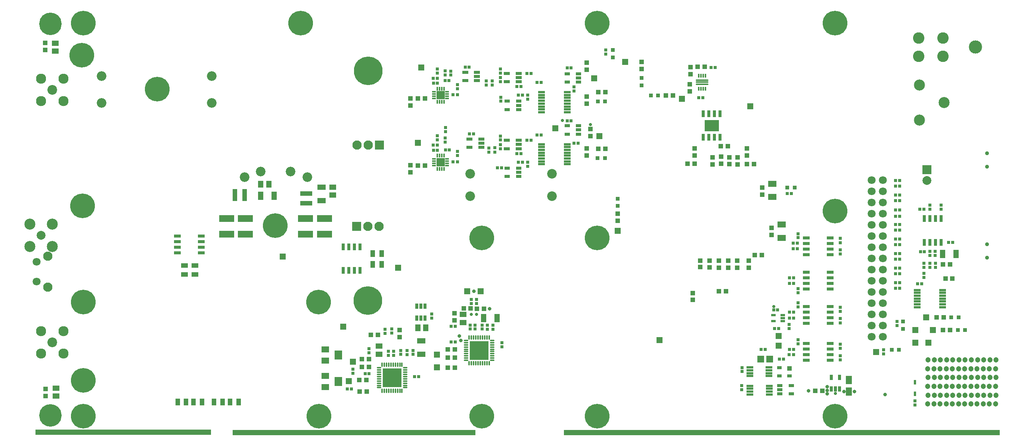
<source format=gbs>
G04*
G04 #@! TF.GenerationSoftware,Altium Limited,Altium Designer,22.8.2 (66)*
G04*
G04 Layer_Color=16711935*
%FSLAX25Y25*%
%MOIN*%
G70*
G04*
G04 #@! TF.SameCoordinates,06F15F39-AEDB-48F6-AEE8-35A9AA385212*
G04*
G04*
G04 #@! TF.FilePolarity,Negative*
G04*
G01*
G75*
%ADD98R,1.56693X0.05118*%
%ADD99R,2.16553X0.05103*%
%ADD103R,0.02835X0.02835*%
%ADD104R,0.04331X0.03937*%
%ADD105R,0.03937X0.04331*%
%ADD107R,0.02756X0.04724*%
%ADD108R,0.07480X0.04921*%
%ADD109R,0.02835X0.02677*%
%ADD111R,0.04331X0.04134*%
%ADD117R,0.04921X0.07480*%
%ADD118R,0.07480X0.04921*%
%ADD120R,0.04921X0.07480*%
%ADD122R,0.04134X0.04331*%
%ADD131R,0.02835X0.02756*%
%ADD132R,0.05906X0.04134*%
%ADD133R,0.04134X0.05906*%
%ADD143R,0.02835X0.02835*%
%ADD144R,0.06102X0.02165*%
%ADD146R,0.04724X0.02756*%
%ADD147R,0.02677X0.02835*%
%ADD152R,0.02756X0.06496*%
%ADD159R,0.06299X0.06299*%
%ADD160R,0.04528X0.05906*%
%ADD161R,0.05906X0.04528*%
%ADD168R,0.03937X0.01968*%
%ADD172O,0.01575X0.03740*%
%ADD173C,0.03543*%
%ADD174C,0.08594*%
%ADD175C,0.08268*%
%ADD176R,0.08268X0.08268*%
%ADD177C,0.25591*%
%ADD178C,0.20079*%
%ADD179C,0.07087*%
%ADD180C,0.22047*%
%ADD181C,0.07874*%
%ADD182C,0.09843*%
%ADD183C,0.04724*%
%ADD184R,0.07874X0.07874*%
%ADD185C,0.08661*%
%ADD186C,0.09055*%
%ADD187C,0.11811*%
%ADD188C,0.10236*%
%ADD239R,2.35297X0.04962*%
%ADD240R,1.55555X0.05052*%
%ADD241R,0.05394X0.05394*%
%ADD242R,0.05315X0.07480*%
%ADD243R,0.05394X0.05394*%
%ADD244R,0.06693X0.05512*%
%ADD245R,0.06693X0.08268*%
%ADD246R,0.02756X0.04528*%
%ADD247R,0.04921X0.06102*%
%ADD248R,0.03543X0.03543*%
%ADD249R,0.03543X0.03543*%
%ADD250R,0.06102X0.02165*%
%ADD251R,0.17126X0.17126*%
%ADD252O,0.03937X0.01575*%
%ADD253O,0.01575X0.03937*%
%ADD254R,0.11024X0.04331*%
%ADD255R,0.04331X0.11024*%
%ADD256R,0.06496X0.02756*%
%ADD257R,0.04331X0.06102*%
%ADD258R,0.05315X0.02756*%
%ADD259R,0.02362X0.03937*%
%ADD260O,0.03543X0.01575*%
%ADD261O,0.01575X0.03543*%
%ADD262R,0.07284X0.07284*%
%ADD263R,0.13386X0.05906*%
%ADD264R,0.06299X0.02165*%
%ADD265R,0.04331X0.04331*%
%ADD266R,0.04331X0.02756*%
%ADD267O,0.11221X0.01575*%
%ADD268R,0.04134X0.04134*%
%ADD269R,0.02756X0.06496*%
%ADD270R,0.12591X0.09882*%
%ADD271R,0.07677X0.05315*%
%ADD272C,0.03162*%
%ADD273C,0.02769*%
D98*
X79091Y6517D02*
D03*
D99*
X285330Y6331D02*
D03*
D103*
X354659Y112275D02*
D03*
Y108732D02*
D03*
X409055Y98622D02*
D03*
Y102165D02*
D03*
X388976Y98819D02*
D03*
Y102362D02*
D03*
X404331Y98622D02*
D03*
Y102165D02*
D03*
X399606Y98819D02*
D03*
Y102362D02*
D03*
X393310Y98820D02*
D03*
Y102364D02*
D03*
X415728Y271354D02*
D03*
Y267811D02*
D03*
X366760Y275291D02*
D03*
Y278835D02*
D03*
X377390Y257456D02*
D03*
Y253913D02*
D03*
X440158Y244447D02*
D03*
Y247990D02*
D03*
X415728Y331197D02*
D03*
Y327653D02*
D03*
X416142Y306102D02*
D03*
Y302559D02*
D03*
X481522Y315158D02*
D03*
Y311614D02*
D03*
X371654Y329425D02*
D03*
Y325882D02*
D03*
X377390Y317299D02*
D03*
Y313756D02*
D03*
X440158Y304289D02*
D03*
Y307833D02*
D03*
X320472Y75394D02*
D03*
Y78937D02*
D03*
X315748Y75394D02*
D03*
Y78937D02*
D03*
X332677Y75984D02*
D03*
Y79527D02*
D03*
X298425Y77756D02*
D03*
Y81299D02*
D03*
X326772Y79724D02*
D03*
Y76181D02*
D03*
X631314Y48277D02*
D03*
Y44734D02*
D03*
X631599Y64419D02*
D03*
Y60876D02*
D03*
X681496Y184055D02*
D03*
Y180512D02*
D03*
Y89173D02*
D03*
Y85630D02*
D03*
X337795Y76181D02*
D03*
Y79724D02*
D03*
X681496Y131299D02*
D03*
Y134843D02*
D03*
Y118701D02*
D03*
Y122244D02*
D03*
D104*
X9587Y354729D02*
D03*
Y348430D02*
D03*
X9843Y38976D02*
D03*
Y45276D02*
D03*
X374803Y106693D02*
D03*
Y112992D02*
D03*
X520472Y201969D02*
D03*
Y195669D02*
D03*
X542008Y337508D02*
D03*
Y331209D02*
D03*
X585433Y333071D02*
D03*
Y326772D02*
D03*
X335433Y238935D02*
D03*
Y245234D02*
D03*
X492913Y253937D02*
D03*
Y260236D02*
D03*
X496063Y277496D02*
D03*
Y271197D02*
D03*
X335433Y298778D02*
D03*
Y305077D02*
D03*
X492913Y300394D02*
D03*
Y306693D02*
D03*
Y337008D02*
D03*
Y330709D02*
D03*
X584742Y311417D02*
D03*
Y317717D02*
D03*
X612776Y252795D02*
D03*
Y246496D02*
D03*
X627716Y246102D02*
D03*
Y252402D02*
D03*
X635984Y253976D02*
D03*
Y260276D02*
D03*
X589134D02*
D03*
Y253976D02*
D03*
X605276Y246102D02*
D03*
Y252402D02*
D03*
X649606Y218898D02*
D03*
Y225197D02*
D03*
X610787Y159882D02*
D03*
Y153583D02*
D03*
X657874Y189370D02*
D03*
Y183071D02*
D03*
X619055Y159882D02*
D03*
Y153583D02*
D03*
X637520Y159882D02*
D03*
Y153583D02*
D03*
X627323Y159882D02*
D03*
Y153583D02*
D03*
D105*
X509485Y259967D02*
D03*
X503186D02*
D03*
X509591Y310617D02*
D03*
X503292D02*
D03*
X368898Y73228D02*
D03*
X375197D02*
D03*
X375197Y64173D02*
D03*
X368898D02*
D03*
X375197Y80709D02*
D03*
X368898D02*
D03*
X811027Y156509D02*
D03*
X817326D02*
D03*
X569904Y307626D02*
D03*
X563605D02*
D03*
X296457Y42913D02*
D03*
X290158D02*
D03*
X296063Y53347D02*
D03*
X289764D02*
D03*
X811024Y98032D02*
D03*
X817323D02*
D03*
X805098Y109134D02*
D03*
X811398D02*
D03*
X813071Y144108D02*
D03*
X819371D02*
D03*
X610807Y132677D02*
D03*
X617106D02*
D03*
X591802Y333257D02*
D03*
X598101D02*
D03*
X612598Y262205D02*
D03*
X618898D02*
D03*
X642283Y246234D02*
D03*
X635984D02*
D03*
X642913Y165061D02*
D03*
X649213D02*
D03*
X292126Y72047D02*
D03*
X298425D02*
D03*
X292126Y64961D02*
D03*
X298425D02*
D03*
D107*
X718580Y55512D02*
D03*
X711100D02*
D03*
Y45276D02*
D03*
X714840D02*
D03*
X718580D02*
D03*
D108*
X256299Y213779D02*
D03*
Y225590D02*
D03*
D109*
X394598Y125364D02*
D03*
Y121663D02*
D03*
X389873Y125364D02*
D03*
Y121663D02*
D03*
X318744Y95155D02*
D03*
Y98856D02*
D03*
X312894Y95000D02*
D03*
Y98701D02*
D03*
X284262Y63002D02*
D03*
Y59301D02*
D03*
X770027Y101833D02*
D03*
Y105534D02*
D03*
X673495Y99415D02*
D03*
Y103116D02*
D03*
X509842Y348307D02*
D03*
Y344606D02*
D03*
X417323Y82842D02*
D03*
Y86543D02*
D03*
X410866Y260787D02*
D03*
Y257087D02*
D03*
X405526Y260744D02*
D03*
Y257043D02*
D03*
X803940Y168201D02*
D03*
Y164501D02*
D03*
X799216Y168201D02*
D03*
Y164501D02*
D03*
X809059Y205839D02*
D03*
Y209540D02*
D03*
X799216D02*
D03*
Y205839D02*
D03*
X793901Y148516D02*
D03*
Y144816D02*
D03*
Y157572D02*
D03*
Y153871D02*
D03*
X804216Y157572D02*
D03*
Y153871D02*
D03*
X799216Y157572D02*
D03*
Y153871D02*
D03*
X758040Y80214D02*
D03*
Y76513D02*
D03*
X785827Y30866D02*
D03*
Y34567D02*
D03*
X415748Y263661D02*
D03*
Y259961D02*
D03*
X366634Y269709D02*
D03*
Y266008D02*
D03*
X403321Y317004D02*
D03*
Y320705D02*
D03*
X408661Y317047D02*
D03*
Y320748D02*
D03*
X415748Y323504D02*
D03*
Y319803D02*
D03*
X366634Y329551D02*
D03*
Y325850D02*
D03*
X719291Y71378D02*
D03*
Y75079D02*
D03*
Y104449D02*
D03*
Y108150D02*
D03*
Y85315D02*
D03*
Y81614D02*
D03*
Y114685D02*
D03*
Y118386D02*
D03*
Y169567D02*
D03*
Y165866D02*
D03*
Y176102D02*
D03*
Y179803D02*
D03*
D111*
X325794Y91693D02*
D03*
Y97992D02*
D03*
X587402Y124803D02*
D03*
Y131102D02*
D03*
D117*
X412789Y108783D02*
D03*
X400978D02*
D03*
X822444Y165957D02*
D03*
X810633D02*
D03*
D118*
X345276Y76378D02*
D03*
Y88189D02*
D03*
D120*
X213779Y218110D02*
D03*
X201969D02*
D03*
D122*
X394982Y117078D02*
D03*
X401281D02*
D03*
X306635Y93466D02*
D03*
X300336D02*
D03*
X389370Y117323D02*
D03*
X383071D02*
D03*
X703150Y43520D02*
D03*
X696851D02*
D03*
X342126Y245037D02*
D03*
X348425D02*
D03*
X342126Y304880D02*
D03*
X348425D02*
D03*
X589134Y246496D02*
D03*
X582835D02*
D03*
D131*
X359474Y267858D02*
D03*
Y271480D02*
D03*
Y327701D02*
D03*
Y331323D02*
D03*
D132*
X133858Y155512D02*
D03*
Y147638D02*
D03*
X143307Y155512D02*
D03*
Y147638D02*
D03*
D133*
X301964Y156693D02*
D03*
X309838D02*
D03*
X301964Y166142D02*
D03*
X309838D02*
D03*
D143*
X663313Y116061D02*
D03*
X659770D02*
D03*
X375394Y87205D02*
D03*
X371850D02*
D03*
X375394Y101378D02*
D03*
X371850D02*
D03*
X388259Y273372D02*
D03*
X391803D02*
D03*
X791752Y139284D02*
D03*
X788208D02*
D03*
X790752Y167926D02*
D03*
X794295D02*
D03*
X819492Y176194D02*
D03*
X815948D02*
D03*
X790358Y205839D02*
D03*
X793901D02*
D03*
X475394Y285039D02*
D03*
X478937D02*
D03*
X359474Y263230D02*
D03*
X355931D02*
D03*
X356102Y258661D02*
D03*
X359646D02*
D03*
X413209Y242837D02*
D03*
X416752D02*
D03*
X485104Y264866D02*
D03*
X481561D02*
D03*
X366732Y259055D02*
D03*
X370276D02*
D03*
X475394Y332283D02*
D03*
X478937D02*
D03*
X359474Y323073D02*
D03*
X355931D02*
D03*
X356102Y318504D02*
D03*
X359646D02*
D03*
X387992Y333071D02*
D03*
X384449D02*
D03*
X366510Y320825D02*
D03*
X370053D02*
D03*
X295079Y59055D02*
D03*
X298622D02*
D03*
X664972Y72096D02*
D03*
X668516D02*
D03*
X596575Y305512D02*
D03*
X593032D02*
D03*
X607597Y332674D02*
D03*
X604053D02*
D03*
D144*
X810610Y133740D02*
D03*
Y131181D02*
D03*
Y128622D02*
D03*
Y126063D02*
D03*
Y123504D02*
D03*
Y120945D02*
D03*
Y118386D02*
D03*
X787776D02*
D03*
Y120945D02*
D03*
Y123504D02*
D03*
Y126063D02*
D03*
Y128622D02*
D03*
Y131181D02*
D03*
Y133740D02*
D03*
D146*
X432211Y242640D02*
D03*
Y238900D02*
D03*
Y235159D02*
D03*
X421974D02*
D03*
Y242640D02*
D03*
X475419Y280553D02*
D03*
Y273073D02*
D03*
X485655D02*
D03*
Y276813D02*
D03*
Y280553D02*
D03*
X475419Y327010D02*
D03*
Y319530D02*
D03*
X485655D02*
D03*
Y323270D02*
D03*
Y327010D02*
D03*
X421974Y302482D02*
D03*
Y295002D02*
D03*
X432211D02*
D03*
Y298742D02*
D03*
Y302482D02*
D03*
X675406Y40797D02*
D03*
Y48277D02*
D03*
X665169D02*
D03*
Y44537D02*
D03*
Y40797D02*
D03*
D147*
X279252Y45276D02*
D03*
X282953D02*
D03*
X664264Y99449D02*
D03*
X660563D02*
D03*
X448543Y319291D02*
D03*
X452244D02*
D03*
X675706Y219842D02*
D03*
X672005D02*
D03*
X448543Y272441D02*
D03*
X452244D02*
D03*
X339291Y56280D02*
D03*
X342992D02*
D03*
X677402Y75923D02*
D03*
X673701D02*
D03*
X439488Y267561D02*
D03*
X443189D02*
D03*
X434331Y255685D02*
D03*
X430630D02*
D03*
X373689Y248342D02*
D03*
X377390D02*
D03*
X435709Y248031D02*
D03*
X432008D02*
D03*
X439488Y327404D02*
D03*
X443189D02*
D03*
X434331Y315527D02*
D03*
X430630D02*
D03*
X373689Y308185D02*
D03*
X377390D02*
D03*
X435709Y307874D02*
D03*
X432008D02*
D03*
X677441Y108661D02*
D03*
X673740D02*
D03*
X677441Y144750D02*
D03*
X673740D02*
D03*
X648390Y80493D02*
D03*
X652090D02*
D03*
X673740Y80709D02*
D03*
X677441D02*
D03*
X768622Y161181D02*
D03*
X772323D02*
D03*
Y166299D02*
D03*
X768622D02*
D03*
X772323Y148189D02*
D03*
X768622D02*
D03*
X772323Y174173D02*
D03*
X768622D02*
D03*
Y135197D02*
D03*
X772323D02*
D03*
Y140315D02*
D03*
X768622D02*
D03*
X772323Y153307D02*
D03*
X768622D02*
D03*
X772323Y199764D02*
D03*
X768622D02*
D03*
X772323Y192284D02*
D03*
X768622D02*
D03*
X677283Y175591D02*
D03*
X680984D02*
D03*
X677441Y139764D02*
D03*
X673740D02*
D03*
X772323Y226536D02*
D03*
X768622D02*
D03*
X772323Y218661D02*
D03*
X768622D02*
D03*
X772323Y179291D02*
D03*
X768622D02*
D03*
Y205276D02*
D03*
X772323D02*
D03*
X680984Y170472D02*
D03*
X677283D02*
D03*
X677441Y113791D02*
D03*
X673740D02*
D03*
X768622Y213543D02*
D03*
X772323D02*
D03*
X768622Y231654D02*
D03*
X772323D02*
D03*
Y187165D02*
D03*
X768622D02*
D03*
D152*
X809216Y176194D02*
D03*
X804216D02*
D03*
X799216D02*
D03*
X794216D02*
D03*
X809216Y197453D02*
D03*
X804216D02*
D03*
X799216D02*
D03*
X794216D02*
D03*
X275567Y172441D02*
D03*
X280567D02*
D03*
X285567D02*
D03*
X290567D02*
D03*
X275567Y151181D02*
D03*
X280567D02*
D03*
X285567D02*
D03*
X290567D02*
D03*
D159*
X648231Y72096D02*
D03*
X656105D02*
D03*
D160*
X201969Y228346D02*
D03*
X209055D02*
D03*
D161*
X18643Y354335D02*
D03*
Y347249D02*
D03*
X19291Y38976D02*
D03*
Y46063D02*
D03*
X382677Y111811D02*
D03*
Y104724D02*
D03*
X266142Y225590D02*
D03*
Y218504D02*
D03*
X307480Y83465D02*
D03*
Y76378D02*
D03*
D168*
X667913Y111221D02*
D03*
Y108661D02*
D03*
Y106102D02*
D03*
X659646D02*
D03*
Y111221D02*
D03*
D172*
X592835Y313769D02*
D03*
X594803D02*
D03*
X596772D02*
D03*
X598740D02*
D03*
Y325186D02*
D03*
X596772D02*
D03*
X594803D02*
D03*
X592835D02*
D03*
D173*
X850130Y244104D02*
D03*
Y255915D02*
D03*
X850183Y174504D02*
D03*
Y162693D02*
D03*
D174*
X243433Y234701D02*
D03*
X228433Y239701D02*
D03*
X187433Y234701D02*
D03*
X201933Y239701D02*
D03*
X461933Y217543D02*
D03*
Y237543D02*
D03*
X388933Y217543D02*
D03*
Y237543D02*
D03*
X59842Y324787D02*
D03*
Y300787D02*
D03*
X158343Y324787D02*
D03*
Y300787D02*
D03*
D175*
X307480Y190646D02*
D03*
X297480D02*
D03*
X11811Y163819D02*
D03*
Y136221D02*
D03*
X297874Y263260D02*
D03*
X287874D02*
D03*
D176*
X287480Y190646D02*
D03*
X307874Y263260D02*
D03*
D177*
X297480Y124394D02*
D03*
X297874Y329512D02*
D03*
D178*
X14173Y371654D02*
D03*
Y21654D02*
D03*
D179*
X2008Y158878D02*
D03*
Y141161D02*
D03*
X747363Y191811D02*
D03*
X757363D02*
D03*
X747363Y201811D02*
D03*
X757363D02*
D03*
X747363Y211811D02*
D03*
X757363D02*
D03*
Y221811D02*
D03*
X747363D02*
D03*
X757363Y231811D02*
D03*
X747363D02*
D03*
Y141811D02*
D03*
X757363D02*
D03*
X747363Y151811D02*
D03*
X757363D02*
D03*
X747363Y161811D02*
D03*
X757363D02*
D03*
Y171811D02*
D03*
X747363D02*
D03*
X757363Y181811D02*
D03*
X747363D02*
D03*
Y91811D02*
D03*
X757363D02*
D03*
X747363Y101811D02*
D03*
X757363D02*
D03*
X747363Y111811D02*
D03*
X757363D02*
D03*
Y121811D02*
D03*
X747363D02*
D03*
X757363Y131811D02*
D03*
X747363D02*
D03*
D180*
X43701Y20866D02*
D03*
X109449Y313386D02*
D03*
X42913Y208858D02*
D03*
X714567Y372441D02*
D03*
Y20866D02*
D03*
X215016Y191290D02*
D03*
X714567Y204252D02*
D03*
X502362Y20866D02*
D03*
X253937D02*
D03*
X399094D02*
D03*
X43701Y52953D02*
D03*
X237402Y372441D02*
D03*
X42264Y343504D02*
D03*
X502362Y372441D02*
D03*
Y180315D02*
D03*
X43701Y372441D02*
D03*
X399094Y180197D02*
D03*
X43701Y122835D02*
D03*
X253543D02*
D03*
D181*
X5906Y182677D02*
D03*
X796457Y231496D02*
D03*
D182*
X-4095Y192677D02*
D03*
Y172677D02*
D03*
X15905D02*
D03*
Y192677D02*
D03*
X811811Y301181D02*
D03*
X789871Y316791D02*
D03*
X789851Y285543D02*
D03*
D183*
X813780Y47638D02*
D03*
X797244D02*
D03*
X857874Y31890D02*
D03*
X858268Y39764D02*
D03*
X857874Y47638D02*
D03*
X858268Y55512D02*
D03*
X857874Y63386D02*
D03*
X858268Y71260D02*
D03*
X852362Y31890D02*
D03*
X852756Y39764D02*
D03*
X852362Y47638D02*
D03*
X852756Y55512D02*
D03*
X852362Y63386D02*
D03*
X852756Y71260D02*
D03*
X846850Y31890D02*
D03*
X847244Y39764D02*
D03*
X846850Y47638D02*
D03*
X847244Y55512D02*
D03*
X846850Y63386D02*
D03*
X847244Y71260D02*
D03*
X841339Y31890D02*
D03*
X841732Y39764D02*
D03*
X841339Y47638D02*
D03*
X841732Y55512D02*
D03*
X841339Y63386D02*
D03*
X841732Y71260D02*
D03*
X835827Y31890D02*
D03*
X836220Y39764D02*
D03*
X835827Y47638D02*
D03*
X836220Y55512D02*
D03*
X835827Y63386D02*
D03*
X836220Y71260D02*
D03*
X830315Y31890D02*
D03*
X830709Y39764D02*
D03*
X830315Y47638D02*
D03*
X830709Y55512D02*
D03*
X830315Y63386D02*
D03*
X830709Y71260D02*
D03*
X824803Y31890D02*
D03*
X825197Y39764D02*
D03*
X824803Y47638D02*
D03*
X825197Y55512D02*
D03*
X824803Y63386D02*
D03*
X825197Y71260D02*
D03*
X819291Y31890D02*
D03*
X819685Y39764D02*
D03*
X819291Y47638D02*
D03*
X819685Y55512D02*
D03*
X819291Y63386D02*
D03*
X819685Y71260D02*
D03*
X813780Y31890D02*
D03*
X814173Y39764D02*
D03*
Y55512D02*
D03*
X813780Y63386D02*
D03*
X814173Y71260D02*
D03*
X808268Y31890D02*
D03*
X808661Y39764D02*
D03*
X808268Y47638D02*
D03*
X808661Y55512D02*
D03*
X808268Y63386D02*
D03*
X808661Y71260D02*
D03*
X802756Y31890D02*
D03*
X803150Y39764D02*
D03*
X802756Y47638D02*
D03*
X803150Y55512D02*
D03*
X802756Y63386D02*
D03*
X803150Y71260D02*
D03*
X797244Y31890D02*
D03*
X797638Y39764D02*
D03*
Y55512D02*
D03*
X797244Y63386D02*
D03*
X797638Y71260D02*
D03*
D184*
X796457Y241339D02*
D03*
D185*
X15748Y87008D02*
D03*
Y312598D02*
D03*
D186*
X5748Y97008D02*
D03*
X25748D02*
D03*
Y77008D02*
D03*
X5748D02*
D03*
Y302598D02*
D03*
X25748D02*
D03*
Y322598D02*
D03*
X5748D02*
D03*
D187*
X839764Y350787D02*
D03*
D188*
X789370Y342520D02*
D03*
X811024Y359055D02*
D03*
Y342520D02*
D03*
X789370Y359055D02*
D03*
D239*
X743726Y6274D02*
D03*
D240*
X550102Y6319D02*
D03*
D241*
X345276Y332480D02*
D03*
X664173Y83858D02*
D03*
X386242Y132568D02*
D03*
X398338D02*
D03*
X527165Y337486D02*
D03*
X786221Y86614D02*
D03*
X520472Y186614D02*
D03*
X786221Y98032D02*
D03*
X751057Y78367D02*
D03*
D242*
X726990Y53144D02*
D03*
Y42908D02*
D03*
D243*
X342185Y265298D02*
D03*
X798001Y86733D02*
D03*
X638984Y298068D02*
D03*
X221440Y163779D02*
D03*
X664173Y92520D02*
D03*
X557855Y88917D02*
D03*
X464823Y278238D02*
D03*
X504351Y271197D02*
D03*
X499567Y323073D02*
D03*
X275567Y100959D02*
D03*
X324663Y153543D02*
D03*
X284262Y69629D02*
D03*
X280567Y52362D02*
D03*
X359055Y75984D02*
D03*
Y64567D02*
D03*
X577737Y304660D02*
D03*
X796043Y109134D02*
D03*
X801968Y98031D02*
D03*
D244*
X259646Y70591D02*
D03*
Y80590D02*
D03*
Y46968D02*
D03*
Y56968D02*
D03*
D245*
X271063Y75590D02*
D03*
Y51968D02*
D03*
D246*
X341078Y119359D02*
D03*
X344818D02*
D03*
X348558D02*
D03*
Y108729D02*
D03*
X344818D02*
D03*
X341078D02*
D03*
D247*
X342061Y99873D02*
D03*
X349148D02*
D03*
D248*
X775156Y98982D02*
D03*
Y105478D02*
D03*
X516139Y341633D02*
D03*
Y348129D02*
D03*
X520472Y215354D02*
D03*
Y208858D02*
D03*
X542008Y316642D02*
D03*
Y323138D02*
D03*
D249*
X678476Y225354D02*
D03*
X671980D02*
D03*
X502695Y251697D02*
D03*
X509191D02*
D03*
X502801Y302346D02*
D03*
X509297D02*
D03*
X771680Y80214D02*
D03*
X765184D02*
D03*
X550119Y307628D02*
D03*
X556615D02*
D03*
X824213Y98031D02*
D03*
X830709D02*
D03*
X818387Y109131D02*
D03*
X824883D02*
D03*
D250*
X452388Y246203D02*
D03*
Y248762D02*
D03*
Y251321D02*
D03*
Y253880D02*
D03*
Y256439D02*
D03*
Y258998D02*
D03*
Y261557D02*
D03*
Y264116D02*
D03*
X475616Y246203D02*
D03*
Y248762D02*
D03*
Y251321D02*
D03*
Y253880D02*
D03*
Y256439D02*
D03*
Y258998D02*
D03*
Y261557D02*
D03*
Y264116D02*
D03*
Y310573D02*
D03*
Y308014D02*
D03*
Y305455D02*
D03*
Y302896D02*
D03*
Y300337D02*
D03*
Y297778D02*
D03*
Y295219D02*
D03*
Y292659D02*
D03*
X452388Y310573D02*
D03*
Y308014D02*
D03*
Y305455D02*
D03*
Y302896D02*
D03*
Y300337D02*
D03*
Y297778D02*
D03*
Y295219D02*
D03*
Y292659D02*
D03*
D251*
X396893Y79771D02*
D03*
X319193Y55315D02*
D03*
D252*
X408507Y88629D02*
D03*
Y86661D02*
D03*
Y84692D02*
D03*
Y82724D02*
D03*
Y80755D02*
D03*
Y78787D02*
D03*
Y76818D02*
D03*
Y74850D02*
D03*
Y72881D02*
D03*
Y70913D02*
D03*
X385279D02*
D03*
Y72881D02*
D03*
Y74850D02*
D03*
Y76818D02*
D03*
Y78787D02*
D03*
Y80755D02*
D03*
Y82724D02*
D03*
Y84692D02*
D03*
Y86661D02*
D03*
Y88629D02*
D03*
X307579Y64173D02*
D03*
Y62205D02*
D03*
Y60236D02*
D03*
Y58268D02*
D03*
Y56299D02*
D03*
Y54331D02*
D03*
Y52362D02*
D03*
Y50394D02*
D03*
Y48425D02*
D03*
Y46457D02*
D03*
X330807D02*
D03*
Y48425D02*
D03*
Y50394D02*
D03*
Y52362D02*
D03*
Y54331D02*
D03*
Y56299D02*
D03*
Y58268D02*
D03*
Y60236D02*
D03*
Y62205D02*
D03*
Y64173D02*
D03*
D253*
X405751Y68157D02*
D03*
X403783D02*
D03*
X401814D02*
D03*
X399846D02*
D03*
X397877D02*
D03*
X395909D02*
D03*
X393940D02*
D03*
X391972D02*
D03*
X390003D02*
D03*
X388035D02*
D03*
Y91385D02*
D03*
X390003D02*
D03*
X391972D02*
D03*
X393940D02*
D03*
X395909D02*
D03*
X397877D02*
D03*
X399846D02*
D03*
X401814D02*
D03*
X403783D02*
D03*
X405751D02*
D03*
X328051Y66929D02*
D03*
X326083D02*
D03*
X324114D02*
D03*
X322146D02*
D03*
X320177D02*
D03*
X318209D02*
D03*
X316240D02*
D03*
X314272D02*
D03*
X312303D02*
D03*
X310335D02*
D03*
Y43701D02*
D03*
X312303D02*
D03*
X314272D02*
D03*
X316240D02*
D03*
X318209D02*
D03*
X320177D02*
D03*
X322146D02*
D03*
X324114D02*
D03*
X326083D02*
D03*
X328051D02*
D03*
D254*
X242519Y211417D02*
D03*
Y220079D02*
D03*
D255*
X178732Y218677D02*
D03*
X187393D02*
D03*
D256*
X710236Y118791D02*
D03*
Y113791D02*
D03*
Y108791D02*
D03*
Y103791D02*
D03*
X688976Y118791D02*
D03*
Y113791D02*
D03*
Y108791D02*
D03*
Y103791D02*
D03*
Y70884D02*
D03*
Y75884D02*
D03*
Y80884D02*
D03*
Y85884D02*
D03*
X710236Y70884D02*
D03*
Y75884D02*
D03*
Y80884D02*
D03*
Y85884D02*
D03*
X148819Y181909D02*
D03*
Y176909D02*
D03*
Y171909D02*
D03*
Y166909D02*
D03*
X127559Y181909D02*
D03*
Y176909D02*
D03*
Y171909D02*
D03*
Y166909D02*
D03*
X710236Y180335D02*
D03*
Y175335D02*
D03*
Y170335D02*
D03*
Y165335D02*
D03*
X688976Y180335D02*
D03*
Y175335D02*
D03*
Y170335D02*
D03*
Y165335D02*
D03*
X688976Y134750D02*
D03*
Y139750D02*
D03*
Y144750D02*
D03*
Y149750D02*
D03*
X710236Y134750D02*
D03*
Y139750D02*
D03*
Y144750D02*
D03*
Y149750D02*
D03*
D257*
X149476Y33465D02*
D03*
X141995D02*
D03*
X174606D02*
D03*
X182087D02*
D03*
X135312D02*
D03*
X127832D02*
D03*
X160309D02*
D03*
X167789D02*
D03*
D258*
X388234Y268606D02*
D03*
Y261125D02*
D03*
X398864D02*
D03*
Y264866D02*
D03*
Y268606D02*
D03*
X432309Y267561D02*
D03*
Y263821D02*
D03*
Y260081D02*
D03*
X421679D02*
D03*
Y267561D02*
D03*
X395053Y328305D02*
D03*
Y324565D02*
D03*
Y320825D02*
D03*
X384423D02*
D03*
Y328305D02*
D03*
X432309Y327404D02*
D03*
Y323663D02*
D03*
Y319923D02*
D03*
X421679D02*
D03*
Y327404D02*
D03*
D259*
X785827Y51181D02*
D03*
Y40945D02*
D03*
D260*
X356569Y245037D02*
D03*
Y247006D02*
D03*
Y248974D02*
D03*
Y250943D02*
D03*
X368380D02*
D03*
Y248974D02*
D03*
Y247006D02*
D03*
Y245037D02*
D03*
X356569Y304880D02*
D03*
Y306848D02*
D03*
Y308817D02*
D03*
Y310785D02*
D03*
X368380D02*
D03*
Y308817D02*
D03*
Y306848D02*
D03*
Y304880D02*
D03*
D261*
X359522Y253896D02*
D03*
X361490D02*
D03*
X363459D02*
D03*
X365427D02*
D03*
Y242085D02*
D03*
X363459D02*
D03*
X361490D02*
D03*
X359522D02*
D03*
Y313738D02*
D03*
X361490D02*
D03*
X363459D02*
D03*
X365427D02*
D03*
Y301927D02*
D03*
X363459D02*
D03*
X361490D02*
D03*
X359522D02*
D03*
D262*
X362474Y247990D02*
D03*
Y307833D02*
D03*
D263*
X258858Y183465D02*
D03*
X241929D02*
D03*
X258858Y197638D02*
D03*
X241929D02*
D03*
X171457D02*
D03*
X188386D02*
D03*
X171457Y183465D02*
D03*
X188386D02*
D03*
D264*
X638398Y64517D02*
D03*
Y61958D02*
D03*
Y59399D02*
D03*
Y56840D02*
D03*
X655720D02*
D03*
Y59399D02*
D03*
Y61958D02*
D03*
Y64517D02*
D03*
X655730Y48104D02*
D03*
Y45545D02*
D03*
Y42985D02*
D03*
Y40426D02*
D03*
X638407D02*
D03*
Y42985D02*
D03*
Y45545D02*
D03*
Y48104D02*
D03*
D265*
X674027Y63632D02*
D03*
D266*
Y56939D02*
D03*
X664972D02*
D03*
Y64419D02*
D03*
D267*
X595788Y317509D02*
D03*
Y319477D02*
D03*
Y321446D02*
D03*
D268*
X620236Y252205D02*
D03*
Y246299D02*
D03*
X594252Y154173D02*
D03*
Y160079D02*
D03*
X602520Y159882D02*
D03*
Y153976D02*
D03*
D269*
X611890Y270315D02*
D03*
X606890D02*
D03*
X601890D02*
D03*
X596890D02*
D03*
Y291181D02*
D03*
X601890D02*
D03*
X606890D02*
D03*
X611890D02*
D03*
D270*
X604390Y280748D02*
D03*
D271*
X658661Y216929D02*
D03*
Y228740D02*
D03*
X666929Y192126D02*
D03*
Y180315D02*
D03*
D272*
X707480Y47244D02*
D03*
Y44094D02*
D03*
Y40945D02*
D03*
X731890Y42913D02*
D03*
X722441D02*
D03*
X690945Y43568D02*
D03*
X759055Y40157D02*
D03*
X392135Y132568D02*
D03*
X406142Y117078D02*
D03*
X379134Y92520D02*
D03*
X380568Y88779D02*
D03*
D273*
X714840Y41135D02*
D03*
X471364Y285236D02*
D03*
X496063Y281730D02*
D03*
X659729Y119095D02*
D03*
X394598Y111852D02*
D03*
X389873D02*
D03*
M02*

</source>
